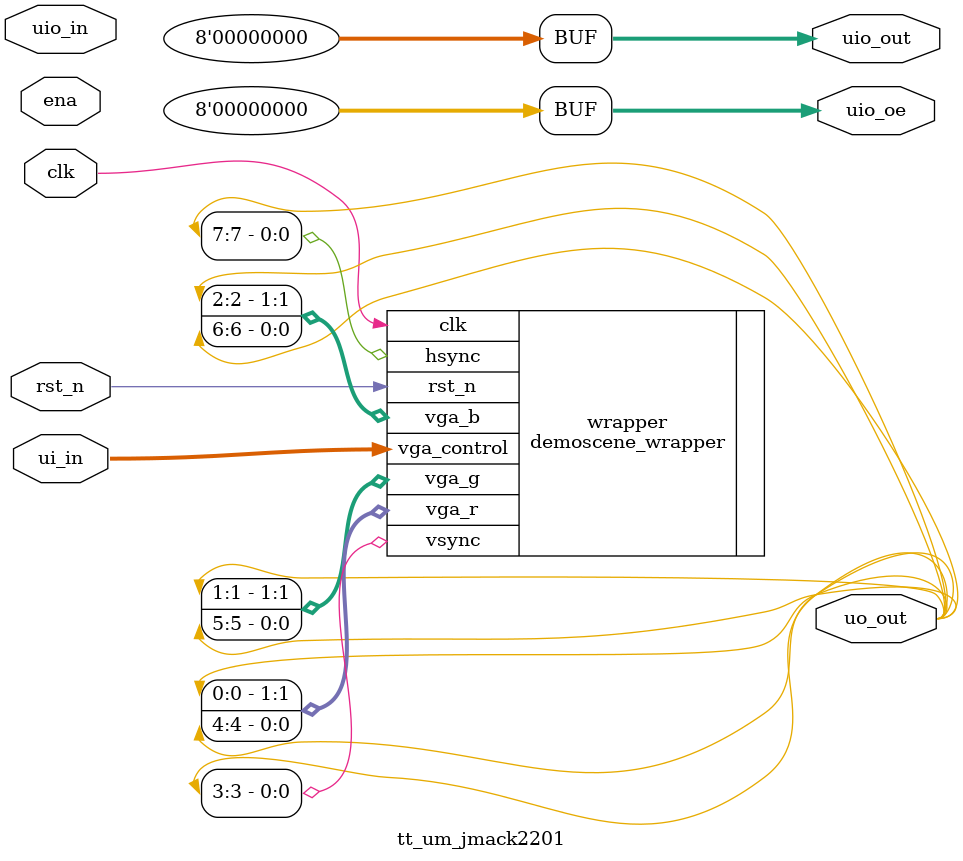
<source format=v>
/*
 * Copyright (c) 2024 Jacob Mack
 * SPDX-License-Identifier: Apache-2.0
 */

`default_nettype none

module tt_um_jmack2201 (
    input  wire [7:0] ui_in,    // Dedicated inputs
    output wire [7:0] uo_out,   // Dedicated outputs
    input  wire [7:0] uio_in,   // IOs: Input path
    output wire [7:0] uio_out,  // IOs: Output path
    output wire [7:0] uio_oe,   // IOs: Enable path (active high: 0=input, 1=output)
    input  wire       ena,      // always 1 when the design is powered, so you can ignore it
    input  wire       clk,      // clock
    input  wire       rst_n     // reset_n - low to reset
);

  // All output pins must be assigned. If not used, assign to 0.
  assign uio_out = 0;
  assign uio_oe = 0;

  demoscene_wrapper wrapper(
    .clk(clk),
    .rst_n(rst_n),
    .vga_control(ui_in),
    .vga_r({uo_out[0],uo_out[4]}),
    .vga_g({uo_out[1],uo_out[5]}),
    .vga_b({uo_out[2],uo_out[6]}),
    .vsync(uo_out[3]),
    .hsync(uo_out[7])
  );

  // List all unused inputs to prevent warnings
  wire _unused = &{ena, ui_in, uio_in};

endmodule

</source>
